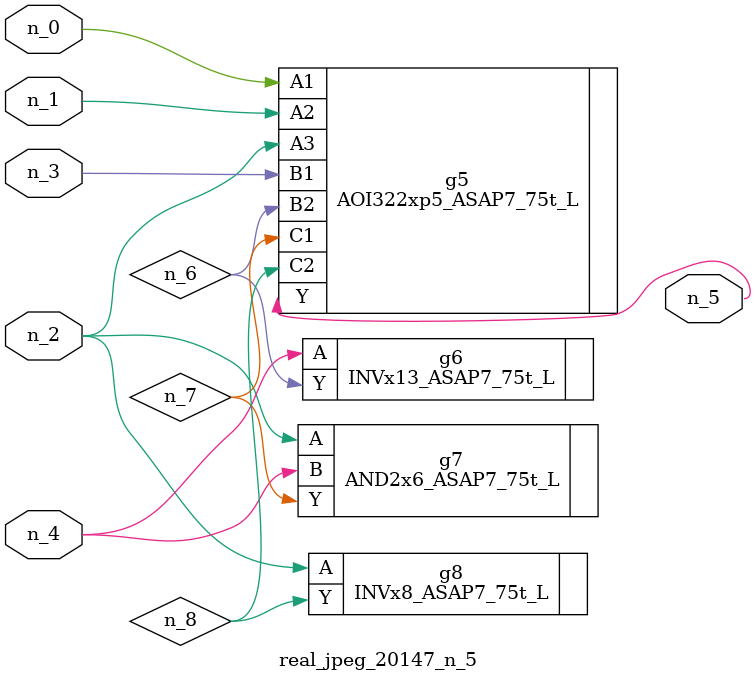
<source format=v>
module real_jpeg_20147_n_5 (n_4, n_0, n_1, n_2, n_3, n_5);

input n_4;
input n_0;
input n_1;
input n_2;
input n_3;

output n_5;

wire n_8;
wire n_6;
wire n_7;

AOI322xp5_ASAP7_75t_L g5 ( 
.A1(n_0),
.A2(n_1),
.A3(n_2),
.B1(n_3),
.B2(n_6),
.C1(n_7),
.C2(n_8),
.Y(n_5)
);

AND2x6_ASAP7_75t_L g7 ( 
.A(n_2),
.B(n_4),
.Y(n_7)
);

INVx8_ASAP7_75t_L g8 ( 
.A(n_2),
.Y(n_8)
);

INVx13_ASAP7_75t_L g6 ( 
.A(n_4),
.Y(n_6)
);


endmodule
</source>
